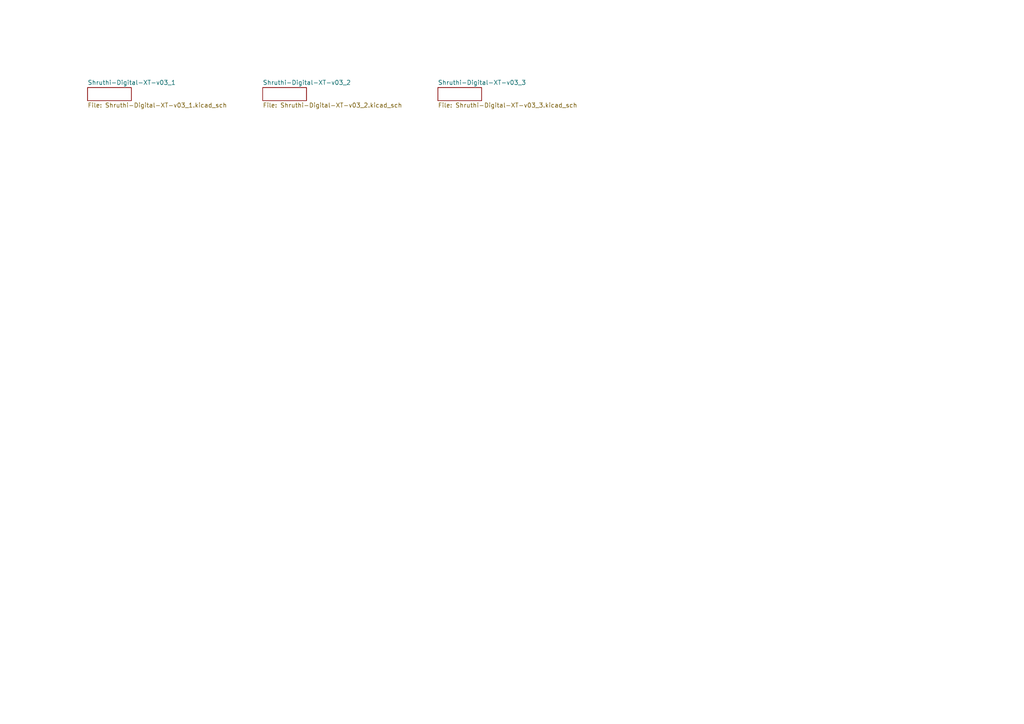
<source format=kicad_sch>
(kicad_sch (version 20211123) (generator eeschema)

  (uuid d79f19bd-f184-49c2-be97-8e377f641c08)

  (paper "A4")

  (lib_symbols
  )


  (sheet (at 25.4 25.4) (size 12.7 3.81) (fields_autoplaced)
    (stroke (width 0) (type solid) (color 0 0 0 0))
    (fill (color 0 0 0 0.0000))
    (uuid 19242cda-2b95-44ea-81ee-681d0a3776e9)
    (property "Sheet name" "Shruthi-Digital-XT-v03_1" (id 0) (at 25.4 24.6884 0)
      (effects (font (size 1.27 1.27)) (justify left bottom))
    )
    (property "Sheet file" "Shruthi-Digital-XT-v03_1.kicad_sch" (id 1) (at 25.4 29.7946 0)
      (effects (font (size 1.27 1.27)) (justify left top))
    )
  )

  (sheet (at 76.2 25.4) (size 12.7 3.81) (fields_autoplaced)
    (stroke (width 0) (type solid) (color 0 0 0 0))
    (fill (color 0 0 0 0.0000))
    (uuid 4f0345ae-fc28-4121-9622-2357dde3acda)
    (property "Sheet name" "Shruthi-Digital-XT-v03_2" (id 0) (at 76.2 24.6884 0)
      (effects (font (size 1.27 1.27)) (justify left bottom))
    )
    (property "Sheet file" "Shruthi-Digital-XT-v03_2.kicad_sch" (id 1) (at 76.2 29.7946 0)
      (effects (font (size 1.27 1.27)) (justify left top))
    )
  )

  (sheet (at 127 25.4) (size 12.7 3.81) (fields_autoplaced)
    (stroke (width 0) (type solid) (color 0 0 0 0))
    (fill (color 0 0 0 0.0000))
    (uuid a3e0d1e2-1e1c-4732-8905-149484b1642d)
    (property "Sheet name" "Shruthi-Digital-XT-v03_3" (id 0) (at 127 24.6884 0)
      (effects (font (size 1.27 1.27)) (justify left bottom))
    )
    (property "Sheet file" "Shruthi-Digital-XT-v03_3.kicad_sch" (id 1) (at 127 29.7946 0)
      (effects (font (size 1.27 1.27)) (justify left top))
    )
  )

  (sheet_instances
    (path "/" (page "#"))
    (path "/19242cda-2b95-44ea-81ee-681d0a3776e9" (page "#"))
    (path "/4f0345ae-fc28-4121-9622-2357dde3acda" (page "#"))
    (path "/a3e0d1e2-1e1c-4732-8905-149484b1642d" (page "#"))
  )

  (symbol_instances
    (path "/19242cda-2b95-44ea-81ee-681d0a3776e9/10f718f6-efbf-4143-b39b-96b67a994ce5"
      (reference "#FRAME1") (unit 1) (value "A3L-LOC") (footprint "")
    )
    (path "/4f0345ae-fc28-4121-9622-2357dde3acda/1234bf92-f613-4cd0-9016-6afb6416e522"
      (reference "#FRAME2") (unit 1) (value "A3L-LOC") (footprint "")
    )
    (path "/a3e0d1e2-1e1c-4732-8905-149484b1642d/cdbf1a00-732e-42dc-ad55-6a9eb4139bac"
      (reference "#FRAME3") (unit 1) (value "A3L-LOC") (footprint "")
    )
    (path "/19242cda-2b95-44ea-81ee-681d0a3776e9/545de36a-fb14-471d-b7c1-d2e44d6df5d9"
      (reference "#GND1") (unit 1) (value "GND") (footprint "")
    )
    (path "/a3e0d1e2-1e1c-4732-8905-149484b1642d/fa0be780-698a-4aff-a3a7-1eb35e84a735"
      (reference "#GND2") (unit 1) (value "GND") (footprint "")
    )
    (path "/19242cda-2b95-44ea-81ee-681d0a3776e9/4687b5f0-3c73-4128-b78c-4ac294da803c"
      (reference "#GND3") (unit 1) (value "GND") (footprint "")
    )
    (path "/4f0345ae-fc28-4121-9622-2357dde3acda/42b9aca4-d05f-416d-aafd-c8fb960c38a1"
      (reference "#GND4") (unit 1) (value "GND") (footprint "")
    )
    (path "/19242cda-2b95-44ea-81ee-681d0a3776e9/8ade05e1-6e82-48bf-b24d-a044bbc4a09d"
      (reference "#GND5") (unit 1) (value "GND") (footprint "")
    )
    (path "/a3e0d1e2-1e1c-4732-8905-149484b1642d/58872a74-6a1f-410c-8e9f-786addc553a4"
      (reference "#GND6") (unit 1) (value "GND") (footprint "")
    )
    (path "/a3e0d1e2-1e1c-4732-8905-149484b1642d/6615f020-9797-47ac-9d29-36a7d6c045ad"
      (reference "#GND7") (unit 1) (value "GND") (footprint "")
    )
    (path "/a3e0d1e2-1e1c-4732-8905-149484b1642d/e21a6228-3097-44cd-af6e-3659e602ed0c"
      (reference "#GND8") (unit 1) (value "GND") (footprint "")
    )
    (path "/a3e0d1e2-1e1c-4732-8905-149484b1642d/08c47ddd-ef04-4d00-ba31-90e588e05522"
      (reference "#GND9") (unit 1) (value "GND") (footprint "")
    )
    (path "/a3e0d1e2-1e1c-4732-8905-149484b1642d/e8d61298-4960-4c91-921c-904f4a54bb47"
      (reference "#GND10") (unit 1) (value "GND") (footprint "")
    )
    (path "/19242cda-2b95-44ea-81ee-681d0a3776e9/3042771e-95cd-4f8e-ac2c-c7daca4d65f4"
      (reference "#GND11") (unit 1) (value "GND") (footprint "")
    )
    (path "/19242cda-2b95-44ea-81ee-681d0a3776e9/af3f4689-8de7-418c-aa65-670139875b78"
      (reference "#GND12") (unit 1) (value "GND") (footprint "")
    )
    (path "/19242cda-2b95-44ea-81ee-681d0a3776e9/cc3f16d1-d4d4-48bd-ba22-055881f847ce"
      (reference "#GND13") (unit 1) (value "GND") (footprint "")
    )
    (path "/19242cda-2b95-44ea-81ee-681d0a3776e9/404744c8-4225-411d-a96d-e990e0308450"
      (reference "#GND14") (unit 1) (value "GND") (footprint "")
    )
    (path "/a3e0d1e2-1e1c-4732-8905-149484b1642d/1051cbfc-a919-4fff-87a4-f7a8f49bae6c"
      (reference "#GND15") (unit 1) (value "GND") (footprint "")
    )
    (path "/a3e0d1e2-1e1c-4732-8905-149484b1642d/249c61d0-3181-4bfb-9c2a-53d912a25ca9"
      (reference "#GND16") (unit 1) (value "GND") (footprint "")
    )
    (path "/19242cda-2b95-44ea-81ee-681d0a3776e9/88dc8cb9-2953-4bb2-909a-d09e1dbb0528"
      (reference "#GND17") (unit 1) (value "GND") (footprint "")
    )
    (path "/19242cda-2b95-44ea-81ee-681d0a3776e9/93560c4e-7669-4698-8683-a5eb57517da6"
      (reference "#GND18") (unit 1) (value "GND") (footprint "")
    )
    (path "/19242cda-2b95-44ea-81ee-681d0a3776e9/ee6a7875-de97-45a7-80e9-ad4e43b8d696"
      (reference "#GND19") (unit 1) (value "GND") (footprint "")
    )
    (path "/19242cda-2b95-44ea-81ee-681d0a3776e9/361c542d-ed0b-42eb-a952-4b81fc9e76fe"
      (reference "#GND20") (unit 1) (value "GND") (footprint "")
    )
    (path "/19242cda-2b95-44ea-81ee-681d0a3776e9/0e169957-ec2c-42c2-ab02-367808db9a09"
      (reference "#GND21") (unit 1) (value "GND") (footprint "")
    )
    (path "/19242cda-2b95-44ea-81ee-681d0a3776e9/9d9f5af8-2f37-49cf-8ecd-4154967721bc"
      (reference "#GND22") (unit 1) (value "GND") (footprint "")
    )
    (path "/4f0345ae-fc28-4121-9622-2357dde3acda/d7b271b2-bad3-4eb7-bdf1-cae86ca2a652"
      (reference "#GND23") (unit 1) (value "GND") (footprint "")
    )
    (path "/4f0345ae-fc28-4121-9622-2357dde3acda/cfad8a76-4b72-4446-9f7b-5f33cf40e087"
      (reference "#GND24") (unit 1) (value "GND") (footprint "")
    )
    (path "/4f0345ae-fc28-4121-9622-2357dde3acda/8c8e3e96-c7fc-4108-9713-95fb137babb3"
      (reference "#GND25") (unit 1) (value "GND") (footprint "")
    )
    (path "/a3e0d1e2-1e1c-4732-8905-149484b1642d/cb022546-9306-4e09-92f0-4c4d6385a301"
      (reference "#GND26") (unit 1) (value "GND") (footprint "")
    )
    (path "/a3e0d1e2-1e1c-4732-8905-149484b1642d/fbe41d2d-9497-4026-8575-2393d6a63f5b"
      (reference "#GND27") (unit 1) (value "GND") (footprint "")
    )
    (path "/a3e0d1e2-1e1c-4732-8905-149484b1642d/5e0a4cc2-2716-475c-9449-b34673d09069"
      (reference "#GND28") (unit 1) (value "GND") (footprint "")
    )
    (path "/a3e0d1e2-1e1c-4732-8905-149484b1642d/26130c3b-ee88-46f8-9ebf-5f90b47080ea"
      (reference "#GND29") (unit 1) (value "GND") (footprint "")
    )
    (path "/4f0345ae-fc28-4121-9622-2357dde3acda/6e140721-4162-4217-9da4-cfa40a29762f"
      (reference "#GND30") (unit 1) (value "GND") (footprint "")
    )
    (path "/4f0345ae-fc28-4121-9622-2357dde3acda/155a467a-9e45-414b-8276-d5df89575bb9"
      (reference "#GND31") (unit 1) (value "GND") (footprint "")
    )
    (path "/4f0345ae-fc28-4121-9622-2357dde3acda/2323f79f-5f15-4c4c-a037-a5f8decb05bf"
      (reference "#GND32") (unit 1) (value "GND") (footprint "")
    )
    (path "/4f0345ae-fc28-4121-9622-2357dde3acda/587e93eb-6917-487b-a6f6-aa48e3a6dc4b"
      (reference "#GND33") (unit 1) (value "GND") (footprint "")
    )
    (path "/4f0345ae-fc28-4121-9622-2357dde3acda/f15ef969-b708-4363-98e7-23a93def2e09"
      (reference "#GND34") (unit 1) (value "GND") (footprint "")
    )
    (path "/4f0345ae-fc28-4121-9622-2357dde3acda/b7cf784b-0b0a-4be4-ac02-bf6934c159cb"
      (reference "#GND35") (unit 1) (value "GND") (footprint "")
    )
    (path "/4f0345ae-fc28-4121-9622-2357dde3acda/7722f050-2b54-4409-8294-2ca385751bfb"
      (reference "#GND36") (unit 1) (value "GND") (footprint "")
    )
    (path "/4f0345ae-fc28-4121-9622-2357dde3acda/d9b62805-aa40-4cf7-bb90-75ee6f43f7c6"
      (reference "#GND37") (unit 1) (value "GND") (footprint "")
    )
    (path "/4f0345ae-fc28-4121-9622-2357dde3acda/864c00a1-6f29-47e3-9048-43eeca29845b"
      (reference "#GND38") (unit 1) (value "GND") (footprint "")
    )
    (path "/4f0345ae-fc28-4121-9622-2357dde3acda/212f0489-ad7b-40ee-b765-4093806ac6b9"
      (reference "#GND39") (unit 1) (value "GND") (footprint "")
    )
    (path "/4f0345ae-fc28-4121-9622-2357dde3acda/761704d1-2d5d-4ed1-8181-ef791d4ff4ad"
      (reference "#GND40") (unit 1) (value "GND") (footprint "")
    )
    (path "/4f0345ae-fc28-4121-9622-2357dde3acda/fbf728d1-fab7-49a3-8f6c-78462e46c12b"
      (reference "#GND41") (unit 1) (value "GND") (footprint "")
    )
    (path "/4f0345ae-fc28-4121-9622-2357dde3acda/fb304e44-716e-451a-a594-b678768de664"
      (reference "#GND42") (unit 1) (value "GND") (footprint "")
    )
    (path "/a3e0d1e2-1e1c-4732-8905-149484b1642d/6c26ebee-4e96-4b45-a2b0-de6c32b0cadc"
      (reference "#GND43") (unit 1) (value "GND") (footprint "")
    )
    (path "/4f0345ae-fc28-4121-9622-2357dde3acda/d45864b7-6e8f-4be1-8c46-8122c8e99ace"
      (reference "#GND44") (unit 1) (value "GND") (footprint "")
    )
    (path "/4f0345ae-fc28-4121-9622-2357dde3acda/bb57d0b4-0bcb-4041-ae10-bc1ac39c56b5"
      (reference "#GND45") (unit 1) (value "GND") (footprint "")
    )
    (path "/4f0345ae-fc28-4121-9622-2357dde3acda/9714aa39-6d6c-4497-b455-a84bbf4e936f"
      (reference "#GND46") (unit 1) (value "GND") (footprint "")
    )
    (path "/4f0345ae-fc28-4121-9622-2357dde3acda/f672508a-f6a1-40fc-b6b5-efb6dcd3a959"
      (reference "#GND47") (unit 1) (value "GND") (footprint "")
    )
    (path "/4f0345ae-fc28-4121-9622-2357dde3acda/a92d7cd8-5269-4a0f-99d9-5da5444e3d3a"
      (reference "#GND48") (unit 1) (value "GND") (footprint "")
    )
    (path "/4f0345ae-fc28-4121-9622-2357dde3acda/1b6da55a-54ff-4532-922d-19dc8a44c219"
      (reference "#GND49") (unit 1) (value "GND") (footprint "")
    )
    (path "/4f0345ae-fc28-4121-9622-2357dde3acda/de39eb1d-b171-46ee-9b27-cbbd229e8caa"
      (reference "#GND50") (unit 1) (value "GND") (footprint "")
    )
    (path "/4f0345ae-fc28-4121-9622-2357dde3acda/23fa0a3e-b5c3-4614-a81a-dd611932c3f8"
      (reference "#GND51") (unit 1) (value "GND") (footprint "")
    )
    (path "/4f0345ae-fc28-4121-9622-2357dde3acda/c01e3dde-f966-4fae-b621-1d5e9093849c"
      (reference "#GND52") (unit 1) (value "GND") (footprint "")
    )
    (path "/4f0345ae-fc28-4121-9622-2357dde3acda/b8f7ce42-f2d8-4afe-8818-576fb74bf62a"
      (reference "#GND53") (unit 1) (value "GND") (footprint "")
    )
    (path "/4f0345ae-fc28-4121-9622-2357dde3acda/58881910-28ef-4902-ab24-e03341ec135b"
      (reference "#GND54") (unit 1) (value "GND") (footprint "")
    )
    (path "/4f0345ae-fc28-4121-9622-2357dde3acda/0aaa5383-0b9c-4781-b683-e869fc7ad4ed"
      (reference "#GND55") (unit 1) (value "GND") (footprint "")
    )
    (path "/4f0345ae-fc28-4121-9622-2357dde3acda/531266a3-bec6-44e3-9333-0c9e794ed7af"
      (reference "#GND56") (unit 1) (value "GND") (footprint "")
    )
    (path "/4f0345ae-fc28-4121-9622-2357dde3acda/5bf0f6df-aa56-4da5-84dd-d9ec9de2d2da"
      (reference "#GND57") (unit 1) (value "GND") (footprint "")
    )
    (path "/a3e0d1e2-1e1c-4732-8905-149484b1642d/c00446a3-7c9a-4092-97e3-2297e33d8038"
      (reference "#GND58") (unit 1) (value "GND") (footprint "")
    )
    (path "/4f0345ae-fc28-4121-9622-2357dde3acda/b4e4a677-3d54-44f6-a9c8-f7a2c156d556"
      (reference "#GND59") (unit 1) (value "GND") (footprint "")
    )
    (path "/19242cda-2b95-44ea-81ee-681d0a3776e9/24e2c8dc-d1ec-4b3c-8f5d-17d6f9178996"
      (reference "#P+1") (unit 1) (value "VCC") (footprint "")
    )
    (path "/19242cda-2b95-44ea-81ee-681d0a3776e9/db92161d-064b-4231-941a-efc5ec146b0c"
      (reference "#P+2") (unit 1) (value "VCC") (footprint "")
    )
    (path "/4f0345ae-fc28-4121-9622-2357dde3acda/e6e1ef98-094a-4856-8b92-da475cbee45e"
      (reference "#P+3") (unit 1) (value "VCC") (footprint "")
    )
    (path "/19242cda-2b95-44ea-81ee-681d0a3776e9/2bfff3b4-6842-4b1f-8402-93653def4b9c"
      (reference "#P+4") (unit 1) (value "VCC") (footprint "")
    )
    (path "/a3e0d1e2-1e1c-4732-8905-149484b1642d/8083627c-ddda-488f-afa4-e2d27e61707c"
      (reference "#P+5") (unit 1) (value "VCC") (footprint "")
    )
    (path "/19242cda-2b95-44ea-81ee-681d0a3776e9/9994bb73-28fa-4aa1-9874-e53d1743384a"
      (reference "#P+6") (unit 1) (value "VCC") (footprint "")
    )
    (path "/19242cda-2b95-44ea-81ee-681d0a3776e9/276328fb-cb7a-458f-99af-f65b4323dc9f"
      (reference "#P+7") (unit 1) (value "VCC") (footprint "")
    )
    (path "/a3e0d1e2-1e1c-4732-8905-149484b1642d/2986ce9a-4902-4e4a-8e45-2f6dd3309560"
      (reference "#P+8") (unit 1) (value "VCC") (footprint "")
    )
    (path "/a3e0d1e2-1e1c-4732-8905-149484b1642d/ff606831-8edb-46f1-8fe3-c13be0ac87f6"
      (reference "#P+9") (unit 1) (value "VCC") (footprint "")
    )
    (path "/4f0345ae-fc28-4121-9622-2357dde3acda/2f1d6d2c-caeb-48e9-bf74-39571b5d016d"
      (reference "#P+10") (unit 1) (value "VCC") (footprint "")
    )
    (path "/a3e0d1e2-1e1c-4732-8905-149484b1642d/1ee52c6b-52aa-475e-a588-999dc5828ca3"
      (reference "#P+11") (unit 1) (value "VCC") (footprint "")
    )
    (path "/a3e0d1e2-1e1c-4732-8905-149484b1642d/b4cb041b-95ce-4b42-bf0b-e5afa0e16941"
      (reference "#P+12") (unit 1) (value "VCC") (footprint "")
    )
    (path "/19242cda-2b95-44ea-81ee-681d0a3776e9/3c09b8de-30ff-471c-9c06-d20185dc4957"
      (reference "#P+13") (unit 1) (value "VCC") (footprint "")
    )
    (path "/19242cda-2b95-44ea-81ee-681d0a3776e9/fa7bfd6f-121a-45be-897f-2345dee678a2"
      (reference "#P+14") (unit 1) (value "VCC") (footprint "")
    )
    (path "/19242cda-2b95-44ea-81ee-681d0a3776e9/bb3d5e0e-4e9f-4d8b-b0a0-386bbab95482"
      (reference "#P+15") (unit 1) (value "VCC") (footprint "")
    )
    (path "/19242cda-2b95-44ea-81ee-681d0a3776e9/fe1545a0-bcd0-4ad0-af63-5e11c0fda0f4"
      (reference "#P+16") (unit 1) (value "VCC") (footprint "")
    )
    (path "/4f0345ae-fc28-4121-9622-2357dde3acda/2ac172c9-0d48-4bad-bba4-686054be36db"
      (reference "#P+17") (unit 1) (value "VCC") (footprint "")
    )
    (path "/4f0345ae-fc28-4121-9622-2357dde3acda/7b2cc664-ef49-4b64-9ff7-8b7b04cf636f"
      (reference "#P+18") (unit 1) (value "VCC") (footprint "")
    )
    (path "/4f0345ae-fc28-4121-9622-2357dde3acda/a7e9488f-f086-462a-9bb1-61029c365678"
      (reference "#P+19") (unit 1) (value "VCC") (footprint "")
    )
    (path "/a3e0d1e2-1e1c-4732-8905-149484b1642d/5165ddd1-98ce-44c3-b751-3ad6d8f6a4bc"
      (reference "#P+20") (unit 1) (value "VCC") (footprint "")
    )
    (path "/a3e0d1e2-1e1c-4732-8905-149484b1642d/d22dffe2-bb58-482a-8cf7-4c8be8f50156"
      (reference "#P+21") (unit 1) (value "VCC") (footprint "")
    )
    (path "/19242cda-2b95-44ea-81ee-681d0a3776e9/5d0cb72c-c43b-40d3-b3b6-ed050935228c"
      (reference "#P+22") (unit 1) (value "VCC") (footprint "")
    )
    (path "/4f0345ae-fc28-4121-9622-2357dde3acda/bd110991-cfdb-4882-8527-85f5024f5384"
      (reference "#P+23") (unit 1) (value "VCC") (footprint "")
    )
    (path "/4f0345ae-fc28-4121-9622-2357dde3acda/843311f1-0d58-4820-882a-60bd65feb78f"
      (reference "#P+24") (unit 1) (value "VCC") (footprint "")
    )
    (path "/4f0345ae-fc28-4121-9622-2357dde3acda/acc3939f-acfa-4874-8a00-a5e7ca624456"
      (reference "#P+25") (unit 1) (value "VCC") (footprint "")
    )
    (path "/4f0345ae-fc28-4121-9622-2357dde3acda/e1b24e90-38c0-47f4-8bae-2c790f572796"
      (reference "#P+26") (unit 1) (value "VCC") (footprint "")
    )
    (path "/4f0345ae-fc28-4121-9622-2357dde3acda/f360bcde-28b3-4fb4-9e5e-f9711e418599"
      (reference "#P+27") (unit 1) (value "VCC") (footprint "")
    )
    (path "/4f0345ae-fc28-4121-9622-2357dde3acda/f6b2bd02-bf4c-42be-afbb-1ab3bb06e318"
      (reference "#P+28") (unit 1) (value "VCC") (footprint "")
    )
    (path "/4f0345ae-fc28-4121-9622-2357dde3acda/d284287c-2741-451e-b9b4-b50da35a11f2"
      (reference "#P+29") (unit 1) (value "VCC") (footprint "")
    )
    (path "/4f0345ae-fc28-4121-9622-2357dde3acda/30144397-f4e9-421a-9354-ebc2fac37a29"
      (reference "#P+30") (unit 1) (value "VCC") (footprint "")
    )
    (path "/4f0345ae-fc28-4121-9622-2357dde3acda/6cac9149-85fe-4b1b-ae5d-63230deb0dcb"
      (reference "#P+31") (unit 1) (value "VCC") (footprint "")
    )
    (path "/4f0345ae-fc28-4121-9622-2357dde3acda/ee4b3710-fed0-468f-aed8-84a8ae67dd32"
      (reference "#P+32") (unit 1) (value "VCC") (footprint "")
    )
    (path "/4f0345ae-fc28-4121-9622-2357dde3acda/b26ea949-c031-4e87-aa4c-5b0817138629"
      (reference "#P+33") (unit 1) (value "VCC") (footprint "")
    )
    (path "/4f0345ae-fc28-4121-9622-2357dde3acda/074f2fb8-3af9-478b-809c-067c40970aa4"
      (reference "#P+34") (unit 1) (value "VCC") (footprint "")
    )
    (path "/a3e0d1e2-1e1c-4732-8905-149484b1642d/30d0e2a2-96f3-40e2-84b2-78219e386ac2"
      (reference "#P+35") (unit 1) (value "VCC") (footprint "")
    )
    (path "/4f0345ae-fc28-4121-9622-2357dde3acda/112ad796-cfaa-4862-bb44-a157679ae358"
      (reference "#P+36") (unit 1) (value "VCC") (footprint "")
    )
    (path "/4f0345ae-fc28-4121-9622-2357dde3acda/aa730234-e09b-4dbe-a04e-b5ff7b452723"
      (reference "#P+37") (unit 1) (value "VCC") (footprint "")
    )
    (path "/4f0345ae-fc28-4121-9622-2357dde3acda/8a41ca7e-edbd-45fe-a447-e21d38ff056b"
      (reference "#P+38") (unit 1) (value "VCC") (footprint "")
    )
    (path "/4f0345ae-fc28-4121-9622-2357dde3acda/a7499db9-496f-4f14-84fe-d6b0ffffcba8"
      (reference "#P+39") (unit 1) (value "VCC") (footprint "")
    )
    (path "/4f0345ae-fc28-4121-9622-2357dde3acda/e5af63a4-86e6-465e-919f-363d6719aefc"
      (reference "#P+40") (unit 1) (value "VCC") (footprint "")
    )
    (path "/4f0345ae-fc28-4121-9622-2357dde3acda/6e63d178-cefa-4028-b476-d9a35e25fda4"
      (reference "#P+41") (unit 1) (value "VCC") (footprint "")
    )
    (path "/4f0345ae-fc28-4121-9622-2357dde3acda/59314e5a-7df8-46b8-a702-8434592d8cc8"
      (reference "#P+42") (unit 1) (value "VCC") (footprint "")
    )
    (path "/4f0345ae-fc28-4121-9622-2357dde3acda/1b448efe-40d0-49c6-9bf0-7999a527bd67"
      (reference "#P+43") (unit 1) (value "VCC") (footprint "")
    )
    (path "/4f0345ae-fc28-4121-9622-2357dde3acda/c2257f58-a23b-41fa-975f-7dc671dc19c0"
      (reference "#P+44") (unit 1) (value "VCC") (footprint "")
    )
    (path "/4f0345ae-fc28-4121-9622-2357dde3acda/7d9998f6-3a10-46b4-ade0-47934d01f7e7"
      (reference "#P+45") (unit 1) (value "VCC") (footprint "")
    )
    (path "/4f0345ae-fc28-4121-9622-2357dde3acda/ce9c3ac2-8c9b-438f-8701-6644ae05a712"
      (reference "#P+46") (unit 1) (value "VCC") (footprint "")
    )
    (path "/4f0345ae-fc28-4121-9622-2357dde3acda/7fd804ca-b198-4c51-a284-2540760b3701"
      (reference "#P+47") (unit 1) (value "VCC") (footprint "")
    )
    (path "/4f0345ae-fc28-4121-9622-2357dde3acda/0d8fecd9-f1b0-4b4f-82b2-a78fa798a247"
      (reference "#P+48") (unit 1) (value "VCC") (footprint "")
    )
    (path "/4f0345ae-fc28-4121-9622-2357dde3acda/a884cdd4-59b9-4eaa-81c3-11410b96ef40"
      (reference "#P+49") (unit 1) (value "VCC") (footprint "")
    )
    (path "/19242cda-2b95-44ea-81ee-681d0a3776e9/9e592107-90a4-4157-a46b-c4676e7bf761"
      (reference "C1") (unit 1) (value "100n") (footprint "C025-024X044")
    )
    (path "/a3e0d1e2-1e1c-4732-8905-149484b1642d/c7257277-0b77-4836-99ee-4d43ac8e5e6a"
      (reference "C2") (unit 1) (value "100n") (footprint "C025-024X044")
    )
    (path "/a3e0d1e2-1e1c-4732-8905-149484b1642d/981e8a50-7919-46db-a9c5-2939a5e5867e"
      (reference "C3") (unit 1) (value "100n") (footprint "C025-024X044")
    )
    (path "/19242cda-2b95-44ea-81ee-681d0a3776e9/580a59fd-736c-4aa9-b432-bfa3fb9a6d06"
      (reference "C4") (unit 1) (value "100u") (footprint "E2,5-7")
    )
    (path "/19242cda-2b95-44ea-81ee-681d0a3776e9/0724dc94-f13d-4014-8c16-7d36bc98c1a9"
      (reference "C5") (unit 1) (value "100n") (footprint "C025-024X044")
    )
    (path "/4f0345ae-fc28-4121-9622-2357dde3acda/8f72f6ae-8d0e-4eff-b2e7-1f4412f86fca"
      (reference "C6") (unit 1) (value "100n") (footprint "C025-024X044")
    )
    (path "/4f0345ae-fc28-4121-9622-2357dde3acda/93ae0460-5939-4907-b840-f3fd2422996e"
      (reference "C7") (unit 1) (value "100n") (footprint "C025-024X044")
    )
    (path "/4f0345ae-fc28-4121-9622-2357dde3acda/e4ccd874-8416-4a92-be03-602eb05ffa76"
      (reference "C8") (unit 1) (value "100n") (footprint "C025-024X044")
    )
    (path "/4f0345ae-fc28-4121-9622-2357dde3acda/471aa924-43fc-450a-bbd0-4ce5ca26758c"
      (reference "C9") (unit 1) (value "100n") (footprint "C025-024X044")
    )
    (path "/19242cda-2b95-44ea-81ee-681d0a3776e9/5b297e4d-3f15-42c4-af74-b04d804291c1"
      (reference "C10") (unit 1) (value "100n") (footprint "C025-024X044")
    )
    (path "/19242cda-2b95-44ea-81ee-681d0a3776e9/cc83c14f-6e57-4cae-8f4f-a21c6a4b51dd"
      (reference "C11") (unit 1) (value "18p") (footprint "C025-024X044")
    )
    (path "/19242cda-2b95-44ea-81ee-681d0a3776e9/589581db-5294-4913-9ab9-96388e8032a6"
      (reference "C12") (unit 1) (value "18p") (footprint "C025-024X044")
    )
    (path "/a3e0d1e2-1e1c-4732-8905-149484b1642d/145d870c-fec3-4861-99b8-281166bf4bd3"
      (reference "C13") (unit 1) (value "100n") (footprint "C025-024X044")
    )
    (path "/a3e0d1e2-1e1c-4732-8905-149484b1642d/f1c97f4c-96bb-4f91-8ccb-a63b16f16271"
      (reference "C14") (unit 1) (value "100n") (footprint "C025-024X044")
    )
    (path "/19242cda-2b95-44ea-81ee-681d0a3776e9/be8cbccf-359f-4043-a39f-8b0d3393bd4e"
      (reference "C15") (unit 1) (value "100n") (footprint "C025-024X044")
    )
    (path "/19242cda-2b95-44ea-81ee-681d0a3776e9/3f08e0f9-5cf6-4ec9-9d24-96a8a9d56d37"
      (reference "C16") (unit 1) (value "100n") (footprint "C025-024X044")
    )
    (path "/19242cda-2b95-44ea-81ee-681d0a3776e9/e0fe93aa-01b7-4df1-8aae-5662e8118bb7"
      (reference "C17") (unit 1) (value "100n") (footprint "C025-024X044")
    )
    (path "/19242cda-2b95-44ea-81ee-681d0a3776e9/84dbede0-0960-4d81-bc34-d149898d9bf9"
      (reference "D1") (unit 1) (value "1N4148") (footprint "D-5")
    )
    (path "/19242cda-2b95-44ea-81ee-681d0a3776e9/44bb5596-6694-4f0b-ba35-a22e6ab2164f"
      (reference "IC1") (unit 1) (value "24LC512") (footprint "DIL08")
    )
    (path "/a3e0d1e2-1e1c-4732-8905-149484b1642d/9c8a370c-8885-4e45-8123-bcb3fe0ffaee"
      (reference "IC2") (unit 1) (value "74HC165N") (footprint "DIL16")
    )
    (path "/a3e0d1e2-1e1c-4732-8905-149484b1642d/89b44abf-9340-49ef-8e23-5ab366cff170"
      (reference "IC2") (unit 2) (value "74HC165N") (footprint "DIL16")
    )
    (path "/a3e0d1e2-1e1c-4732-8905-149484b1642d/d3d011e9-74f3-4e4b-8115-67511aab0584"
      (reference "IC3") (unit 1) (value "74HC165N") (footprint "DIL16")
    )
    (path "/a3e0d1e2-1e1c-4732-8905-149484b1642d/ad4ba0f8-5c60-42cd-bebe-4b79115873bd"
      (reference "IC3") (unit 2) (value "74HC165N") (footprint "DIL16")
    )
    (path "/4f0345ae-fc28-4121-9622-2357dde3acda/eeb5c092-905b-474a-aaaf-d2e798610d59"
      (reference "IC4") (unit 1) (value "4051N") (footprint "DIL16")
    )
    (path "/4f0345ae-fc28-4121-9622-2357dde3acda/4cbbb445-5a0e-427a-8ae9-985af44decca"
      (reference "IC4") (unit 2) (value "4051N") (footprint "DIL16")
    )
    (path "/4f0345ae-fc28-4121-9622-2357dde3acda/b7dc7bfa-cd4a-4a1c-8c54-411a8d3f5bd6"
      (reference "IC5") (unit 1) (value "4051N") (footprint "DIL16")
    )
    (path "/4f0345ae-fc28-4121-9622-2357dde3acda/3d3d49f4-24ab-4e0c-aa09-6b3671451062"
      (reference "IC5") (unit 2) (value "4051N") (footprint "DIL16")
    )
    (path "/4f0345ae-fc28-4121-9622-2357dde3acda/336cb3e1-c411-4000-a39d-7b674b45ccab"
      (reference "IC6") (unit 1) (value "4051N") (footprint "DIL16")
    )
    (path "/4f0345ae-fc28-4121-9622-2357dde3acda/45bfdeef-0d37-433d-b367-6f60a7063825"
      (reference "IC6") (unit 2) (value "4051N") (footprint "DIL16")
    )
    (path "/4f0345ae-fc28-4121-9622-2357dde3acda/c6f1b1ea-53d1-4b59-95f4-3e05d2fbf014"
      (reference "IC7") (unit 1) (value "4051N") (footprint "DIL16")
    )
    (path "/4f0345ae-fc28-4121-9622-2357dde3acda/2261e8de-9f6d-458c-ba24-ce732c2701c2"
      (reference "IC7") (unit 2) (value "4051N") (footprint "DIL16")
    )
    (path "/a3e0d1e2-1e1c-4732-8905-149484b1642d/83c1848e-d5f2-4cfa-8fa9-f41572d92711"
      (reference "IC8") (unit 1) (value "74595N") (footprint "DIL16")
    )
    (path "/a3e0d1e2-1e1c-4732-8905-149484b1642d/0ebecf9b-eb79-435e-a112-f7f24dbe72bb"
      (reference "IC8") (unit 2) (value "74595N") (footprint "DIL16")
    )
    (path "/a3e0d1e2-1e1c-4732-8905-149484b1642d/a1d14b64-079d-4b96-a886-45b36b3f1e44"
      (reference "IC9") (unit 1) (value "74HC165N") (footprint "DIL16")
    )
    (path "/a3e0d1e2-1e1c-4732-8905-149484b1642d/90421ffb-1f61-496f-b229-208bcbfd9bd8"
      (reference "IC9") (unit 2) (value "74HC165N") (footprint "DIL16")
    )
    (path "/19242cda-2b95-44ea-81ee-681d0a3776e9/141adfea-00ae-462f-bbc2-a5f33915316e"
      (reference "IC10") (unit 1) (value "ATMEGA644p") (footprint "DIL40")
    )
    (path "/19242cda-2b95-44ea-81ee-681d0a3776e9/57714bf4-a361-4130-b606-38681b803a86"
      (reference "J1") (unit 1) (value "M06SIP") (footprint "1X06")
    )
    (path "/19242cda-2b95-44ea-81ee-681d0a3776e9/4d6a6714-b432-4733-8e67-38f31308f0c1"
      (reference "J2") (unit 1) (value "POWER") (footprint "1X02")
    )
    (path "/19242cda-2b95-44ea-81ee-681d0a3776e9/1c84cb53-087e-41a2-9fa4-416c19b99507"
      (reference "J3") (unit 1) (value "M03PTH") (footprint "1X03")
    )
    (path "/19242cda-2b95-44ea-81ee-681d0a3776e9/48b281fe-c233-4cc9-8722-50b62f5c6967"
      (reference "J4") (unit 1) (value "POWER") (footprint "1X02")
    )
    (path "/4f0345ae-fc28-4121-9622-2357dde3acda/2851d17d-b2e9-4f4b-ada1-7a2a01dc7fdb"
      (reference "JP1") (unit 1) (value "M03PTH") (footprint "1X03")
    )
    (path "/4f0345ae-fc28-4121-9622-2357dde3acda/ef3b435d-0ce5-4808-9f2a-81b127d7d00e"
      (reference "JP2") (unit 1) (value "M03PTH") (footprint "1X03")
    )
    (path "/19242cda-2b95-44ea-81ee-681d0a3776e9/c97423a5-31f9-439b-becc-2d2946fbf01c"
      (reference "JP3") (unit 1) (value "M01PTH") (footprint "1X01")
    )
    (path "/a3e0d1e2-1e1c-4732-8905-149484b1642d/3cfe5cc4-1dc5-46b9-aecf-a6f1e5c7cdc8"
      (reference "LCD") (unit 1) (value "LCD-16X2") (footprint "LCD-16X2")
    )
    (path "/a3e0d1e2-1e1c-4732-8905-149484b1642d/43caceeb-8e9e-49b2-9295-59323c212845"
      (reference "LED1") (unit 1) (value "LED3MM") (footprint "LED3MM")
    )
    (path "/a3e0d1e2-1e1c-4732-8905-149484b1642d/b4af13d9-ccde-4adb-b620-8f7eb7fb6cd8"
      (reference "LED2") (unit 1) (value "LED3MM") (footprint "LED3MM")
    )
    (path "/a3e0d1e2-1e1c-4732-8905-149484b1642d/fc1c337c-3b02-404e-8d55-f35b367c2bce"
      (reference "LED3") (unit 1) (value "LED3MM") (footprint "LED3MM")
    )
    (path "/a3e0d1e2-1e1c-4732-8905-149484b1642d/0fc567a9-77b3-4513-adc4-5b02b7613231"
      (reference "LED4") (unit 1) (value "LED3MM") (footprint "LED3MM")
    )
    (path "/a3e0d1e2-1e1c-4732-8905-149484b1642d/2fefc672-cf86-469b-b3ea-244c47fc826f"
      (reference "LED5") (unit 1) (value "LED3MM") (footprint "LED3MM")
    )
    (path "/a3e0d1e2-1e1c-4732-8905-149484b1642d/92cf77ff-2aa4-4784-b6d0-b24eaca3b5ec"
      (reference "LED6") (unit 1) (value "LED3MM") (footprint "LED3MM")
    )
    (path "/a3e0d1e2-1e1c-4732-8905-149484b1642d/e0b293eb-967d-413e-942b-ebdfadf788ea"
      (reference "LED7") (unit 1) (value "LED3MM") (footprint "LED3MM")
    )
    (path "/a3e0d1e2-1e1c-4732-8905-149484b1642d/21f0c4e5-ebe0-42c4-9f09-51d3e1810e91"
      (reference "LED8") (unit 1) (value "LED3MM") (footprint "LED3MM")
    )
    (path "/19242cda-2b95-44ea-81ee-681d0a3776e9/748ac8a1-5e7a-4cfa-b6a4-60bb0603ea2c"
      (reference "OK1") (unit 1) (value "6N137") (footprint "DIL08")
    )
    (path "/19242cda-2b95-44ea-81ee-681d0a3776e9/fe8978f8-5bdc-42ed-a560-91bd62ab4e51"
      (reference "Q1") (unit 1) (value "20MHz") (footprint "HC49U-V")
    )
    (path "/a3e0d1e2-1e1c-4732-8905-149484b1642d/817dc6e0-d5aa-4bcc-b61b-018f9acdadc7"
      (reference "R1") (unit 1) (value "5k") (footprint "RTRIM3339P")
    )
    (path "/a3e0d1e2-1e1c-4732-8905-149484b1642d/730f8902-568b-4c16-88b9-2cf4b1aaf734"
      (reference "R2") (unit 1) (value "R_LCD") (footprint "0204_7")
    )
    (path "/4f0345ae-fc28-4121-9622-2357dde3acda/d16c041b-64a5-4819-b7a7-621b17a7c159"
      (reference "R3") (unit 1) (value "10kB") (footprint "ALPS_POT_VERTICAL")
    )
    (path "/4f0345ae-fc28-4121-9622-2357dde3acda/cd3f632b-507b-4316-9e8c-a187d947585d"
      (reference "R4") (unit 1) (value "10kB") (footprint "ALPS_POT_VERTICAL")
    )
    (path "/4f0345ae-fc28-4121-9622-2357dde3acda/a15aa84d-60c5-4372-9746-a6552b5ce22b"
      (reference "R5") (unit 1) (value "10kB") (footprint "ALPS_POT_VERTICAL")
    )
    (path "/4f0345ae-fc28-4121-9622-2357dde3acda/cab23f30-1baa-4279-aac6-cb392a9bf078"
      (reference "R6") (unit 1) (value "10kB") (footprint "ALPS_POT_VERTICAL")
    )
    (path "/4f0345ae-fc28-4121-9622-2357dde3acda/60768776-9a1f-450a-a8ff-fcd8dfd264e6"
      (reference "R7") (unit 1) (value "10kB") (footprint "ALPS_POT_VERTICAL")
    )
    (path "/4f0345ae-fc28-4121-9622-2357dde3acda/4c48ebf1-41f1-43c1-bb5f-4634b6723e1a"
      (reference "R8") (unit 1) (value "10kB") (footprint "ALPS_POT_VERTICAL")
    )
    (path "/19242cda-2b95-44ea-81ee-681d0a3776e9/84489218-bc6f-4162-a02f-df38a6a54b20"
      (reference "R9") (unit 1) (value "2.2k") (footprint "0204_7")
    )
    (path "/19242cda-2b95-44ea-81ee-681d0a3776e9/dbb57ef4-569f-42f4-8df4-412eb06f1f68"
      (reference "R10") (unit 1) (value "2.2k") (footprint "0204_7")
    )
    (path "/4f0345ae-fc28-4121-9622-2357dde3acda/1cbfe16b-467d-4f66-9b8f-73992d9668b5"
      (reference "R11") (unit 1) (value "10kB") (footprint "ALPS_POT_VERTICAL")
    )
    (path "/4f0345ae-fc28-4121-9622-2357dde3acda/d1780ddc-dcc6-403f-8dc7-846fb77b4842"
      (reference "R12") (unit 1) (value "POT") (footprint "ALPS_POT_VERTICAL")
    )
    (path "/4f0345ae-fc28-4121-9622-2357dde3acda/901f297b-40ea-4ae4-95f1-25a90c2a544e"
      (reference "R13") (unit 1) (value "10kB") (footprint "ALPS_POT_VERTICAL")
    )
    (path "/4f0345ae-fc28-4121-9622-2357dde3acda/f0584821-e67b-40e4-ac3c-1f769baa5bd1"
      (reference "R14") (unit 1) (value "10kB") (footprint "ALPS_POT_VERTICAL")
    )
    (path "/19242cda-2b95-44ea-81ee-681d0a3776e9/74e75f41-ae0f-4c13-b37d-b8f9c373fe54"
      (reference "R15") (unit 1) (value "220") (footprint "0204_7")
    )
    (path "/19242cda-2b95-44ea-81ee-681d0a3776e9/a694593a-d46c-46d1-b11f-f4c81be64f5f"
      (reference "R16") (unit 1) (value "220") (footprint "0204_7")
    )
    (path "/19242cda-2b95-44ea-81ee-681d0a3776e9/6d343cb0-5ebf-4d58-86ac-3b55f02eb948"
      (reference "R17") (unit 1) (value "220") (footprint "0204_7")
    )
    (path "/19242cda-2b95-44ea-81ee-681d0a3776e9/b1f06a6c-1c5b-4928-8f0e-1d855e4dd192"
      (reference "R18") (unit 1) (value "10k") (footprint "0204_7")
    )
    (path "/19242cda-2b95-44ea-81ee-681d0a3776e9/436974e3-d260-44d5-9e83-e8dcc8a87280"
      (reference "R19") (unit 1) (value "10k") (footprint "0204_7")
    )
    (path "/4f0345ae-fc28-4121-9622-2357dde3acda/46c0ce7a-bfcb-477a-b49f-bbf5aacf86cb"
      (reference "R20") (unit 1) (value "10kB") (footprint "ALPS_POT_VERTICAL")
    )
    (path "/4f0345ae-fc28-4121-9622-2357dde3acda/0092f228-649d-41d5-b212-01248dc557db"
      (reference "R21") (unit 1) (value "10kB") (footprint "ALPS_POT_VERTICAL")
    )
    (path "/4f0345ae-fc28-4121-9622-2357dde3acda/fa244b52-773c-412f-84e2-5c650fe9641c"
      (reference "R22") (unit 1) (value "10kB") (footprint "ALPS_POT_VERTICAL")
    )
    (path "/4f0345ae-fc28-4121-9622-2357dde3acda/8139e267-9b2e-419e-9ccc-e348ee347764"
      (reference "R23") (unit 1) (value "10kB") (footprint "ALPS_POT_VERTICAL")
    )
    (path "/4f0345ae-fc28-4121-9622-2357dde3acda/26cd95fd-c582-4d2b-af90-b4b9d8e785b1"
      (reference "R24") (unit 1) (value "10kB") (footprint "ALPS_POT_VERTICAL")
    )
    (path "/4f0345ae-fc28-4121-9622-2357dde3acda/61748964-26e8-43dd-846d-345316e4275b"
      (reference "R25") (unit 1) (value "10kB") (footprint "ALPS_POT_VERTICAL")
    )
    (path "/4f0345ae-fc28-4121-9622-2357dde3acda/7e291ba2-9656-42e7-93e0-3045fec6ce4c"
      (reference "R26") (unit 1) (value "10kB") (footprint "ALPS_POT_VERTICAL")
    )
    (path "/4f0345ae-fc28-4121-9622-2357dde3acda/b46dccb1-f395-4251-ba92-5c4e90d06bff"
      (reference "R27") (unit 1) (value "10kB") (footprint "ALPS_POT_VERTICAL")
    )
    (path "/4f0345ae-fc28-4121-9622-2357dde3acda/a73cebb8-d7bb-4787-a7fe-3903ca20afda"
      (reference "R28") (unit 1) (value "10kB") (footprint "ALPS_POT_VERTICAL")
    )
    (path "/4f0345ae-fc28-4121-9622-2357dde3acda/2dcf7517-d93d-4a6f-bca7-5c629fadd191"
      (reference "R29") (unit 1) (value "10kB") (footprint "ALPS_POT_VERTICAL")
    )
    (path "/4f0345ae-fc28-4121-9622-2357dde3acda/b29b27e5-2828-4838-8d1f-985db095879f"
      (reference "R30") (unit 1) (value "10kB") (footprint "ALPS_POT_VERTICAL")
    )
    (path "/a3e0d1e2-1e1c-4732-8905-149484b1642d/6c5c3c2d-3b4e-4ed7-93d6-044fac42d060"
      (reference "R31") (unit 1) (value "220") (footprint "0204_7")
    )
    (path "/a3e0d1e2-1e1c-4732-8905-149484b1642d/b4f535aa-595b-4143-97f1-b06bf415a9ff"
      (reference "R32") (unit 1) (value "220") (footprint "0204_7")
    )
    (path "/a3e0d1e2-1e1c-4732-8905-149484b1642d/acb9bc03-644f-47d8-9a90-b4e51e8c1b5c"
      (reference "R33") (unit 1) (value "220") (footprint "0204_7")
    )
    (path "/a3e0d1e2-1e1c-4732-8905-149484b1642d/b5ca58b5-3e00-4f13-81b6-8002d15e06ad"
      (reference "R34") (unit 1) (value "220") (footprint "0204_7")
    )
    (path "/a3e0d1e2-1e1c-4732-8905-149484b1642d/68f06e34-46cf-4ea2-9b80-0f2dc01fe57a"
      (reference "R35") (unit 1) (value "220") (footprint "0204_7")
    )
    (path "/a3e0d1e2-1e1c-4732-8905-149484b1642d/221a7428-fe18-4c36-8179-294aaa90dd67"
      (reference "R36") (unit 1) (value "220") (footprint "0204_7")
    )
    (path "/a3e0d1e2-1e1c-4732-8905-149484b1642d/57838bda-d405-48c4-b51c-d1245d2b9bde"
      (reference "R37") (unit 1) (value "220") (footprint "0204_7")
    )
    (path "/a3e0d1e2-1e1c-4732-8905-149484b1642d/46ab2a14-30a1-4a32-b325-03ad28637fe2"
      (reference "R38") (unit 1) (value "220") (footprint "0204_7")
    )
    (path "/4f0345ae-fc28-4121-9622-2357dde3acda/aa3e152f-56d1-44e7-ab5d-2640a76381ab"
      (reference "R39") (unit 1) (value "10kB") (footprint "ALPS_POT_VERTICAL")
    )
    (path "/4f0345ae-fc28-4121-9622-2357dde3acda/da74b7b6-7538-4684-9839-0f9fe5937546"
      (reference "R40") (unit 1) (value "10kB") (footprint "ALPS_POT_VERTICAL")
    )
    (path "/4f0345ae-fc28-4121-9622-2357dde3acda/a0067fdc-4778-4323-92e6-75f7a255312c"
      (reference "R41") (unit 1) (value "10kB") (footprint "ALPS_POT_VERTICAL")
    )
    (path "/4f0345ae-fc28-4121-9622-2357dde3acda/a361ad1f-56c7-4b71-b4b9-2cd1290b331c"
      (reference "R42") (unit 1) (value "10kB") (footprint "ALPS_POT_VERTICAL")
    )
    (path "/4f0345ae-fc28-4121-9622-2357dde3acda/ba673e53-3aff-46bd-801c-f241f2d328dd"
      (reference "R43") (unit 1) (value "10kB") (footprint "ALPS_POT_VERTICAL")
    )
    (path "/4f0345ae-fc28-4121-9622-2357dde3acda/4567a989-5fcd-4154-9210-670dd2051ddd"
      (reference "R44") (unit 1) (value "10kB") (footprint "ALPS_POT_VERTICAL")
    )
    (path "/4f0345ae-fc28-4121-9622-2357dde3acda/50d0a559-f09c-43ba-9759-3e2ba4b680a7"
      (reference "R45") (unit 1) (value "10kB") (footprint "ALPS_POT_VERTICAL")
    )
    (path "/4f0345ae-fc28-4121-9622-2357dde3acda/4d7baa25-d975-4819-9700-dd829d229c25"
      (reference "R46") (unit 1) (value "10kB") (footprint "ALPS_POT_VERTICAL")
    )
    (path "/a3e0d1e2-1e1c-4732-8905-149484b1642d/f81ba6bc-010a-4b6d-901b-9ddbcdc506d2"
      (reference "RN1") (unit 1) (value "10k") (footprint "SIL9")
    )
    (path "/a3e0d1e2-1e1c-4732-8905-149484b1642d/1f65eb4c-5fc9-47ce-9c25-03b83f3814a4"
      (reference "RN2") (unit 1) (value "10k") (footprint "SIL9")
    )
    (path "/a3e0d1e2-1e1c-4732-8905-149484b1642d/7518b2c5-7e0b-4f42-92e9-33ba5e150ae2"
      (reference "RN3") (unit 1) (value "10k") (footprint "SIL9")
    )
    (path "/a3e0d1e2-1e1c-4732-8905-149484b1642d/890a2189-c504-4256-8595-a08ccd3ec4b0"
      (reference "S1") (unit 1) (value "40-XX") (footprint "B3F-40XX")
    )
    (path "/a3e0d1e2-1e1c-4732-8905-149484b1642d/625744f6-80e4-4329-afa9-54e32f944e3b"
      (reference "S2") (unit 1) (value "40-XX") (footprint "B3F-40XX")
    )
    (path "/a3e0d1e2-1e1c-4732-8905-149484b1642d/dbd110d1-7ab4-495e-9fcb-25106c55fad1"
      (reference "S3") (unit 1) (value "40-XX") (footprint "B3F-40XX")
    )
    (path "/a3e0d1e2-1e1c-4732-8905-149484b1642d/39afb0df-9cf1-4f29-a8d2-aa26b3f155fe"
      (reference "S4") (unit 1) (value "40-XX") (footprint "B3F-40XX")
    )
    (path "/a3e0d1e2-1e1c-4732-8905-149484b1642d/2acbb50d-ef25-4a23-b591-91f67d8a288e"
      (reference "S5") (unit 1) (value "40-XX") (footprint "B3F-40XX")
    )
    (path "/a3e0d1e2-1e1c-4732-8905-149484b1642d/c9fb1643-c6b7-4034-9190-c5f1fc30018d"
      (reference "S6") (unit 1) (value "40-XX") (footprint "B3F-40XX")
    )
    (path "/a3e0d1e2-1e1c-4732-8905-149484b1642d/a94d4d48-34d3-4b08-912f-ab50f6f2a500"
      (reference "S7") (unit 1) (value "40-XX") (footprint "B3F-40XX")
    )
    (path "/a3e0d1e2-1e1c-4732-8905-149484b1642d/578457d8-a4f7-4c40-907b-a6d6a66d10de"
      (reference "S8") (unit 1) (value "40-XX") (footprint "B3F-40XX")
    )
    (path "/a3e0d1e2-1e1c-4732-8905-149484b1642d/a28651da-c43e-4ddf-9ad0-401ff4c25d13"
      (reference "S9") (unit 1) (value "40-XX") (footprint "B3F-40XX")
    )
    (path "/a3e0d1e2-1e1c-4732-8905-149484b1642d/8641a531-5e33-48cc-9899-4d8bb6a777be"
      (reference "S10") (unit 1) (value "40-XX") (footprint "B3F-40XX")
    )
    (path "/a3e0d1e2-1e1c-4732-8905-149484b1642d/d74d8bfd-39ce-43f5-94c8-35bbc21deaf8"
      (reference "S11") (unit 1) (value "40-XX") (footprint "B3F-40XX")
    )
    (path "/a3e0d1e2-1e1c-4732-8905-149484b1642d/a5b19a6b-3560-480a-9e20-4fca60fe79d8"
      (reference "S12") (unit 1) (value "40-XX") (footprint "B3F-40XX")
    )
    (path "/a3e0d1e2-1e1c-4732-8905-149484b1642d/7bf78f94-95ac-4ab3-bf3d-785debf049f1"
      (reference "S13") (unit 1) (value "40-XX") (footprint "B3F-40XX")
    )
    (path "/a3e0d1e2-1e1c-4732-8905-149484b1642d/85b76497-6bec-4b09-9747-196f5fb543c6"
      (reference "S14") (unit 1) (value "40-XX") (footprint "B3F-40XX")
    )
    (path "/a3e0d1e2-1e1c-4732-8905-149484b1642d/963d5e94-e956-4a49-8948-08a8421be665"
      (reference "S15") (unit 1) (value "40-XX") (footprint "B3F-40XX")
    )
    (path "/a3e0d1e2-1e1c-4732-8905-149484b1642d/470fc2ed-3d69-47aa-9c6f-4c5cdf88f2d5"
      (reference "S16") (unit 1) (value "40-XX") (footprint "B3F-40XX")
    )
    (path "/a3e0d1e2-1e1c-4732-8905-149484b1642d/1f3f5871-3506-4d3b-90e2-a63f6a685ee2"
      (reference "S17") (unit 1) (value "40-XX") (footprint "B3F-40XX")
    )
    (path "/a3e0d1e2-1e1c-4732-8905-149484b1642d/f1b427b1-42e1-43d9-be2b-400f9689e8ac"
      (reference "S18") (unit 1) (value "40-XX") (footprint "B3F-40XX")
    )
    (path "/a3e0d1e2-1e1c-4732-8905-149484b1642d/bf1164ae-c5d5-4e98-8a07-1ec176641aab"
      (reference "S19") (unit 1) (value "40-XX") (footprint "B3F-40XX")
    )
    (path "/a3e0d1e2-1e1c-4732-8905-149484b1642d/f73c9f6c-8790-47b0-9efc-614c905ffc52"
      (reference "SW1") (unit 1) (value "Encoder") (footprint "ALPS_EC12E_SW")
    )
    (path "/a3e0d1e2-1e1c-4732-8905-149484b1642d/289e3a89-5025-4487-b840-4ff4593dca7c"
      (reference "SW1") (unit 2) (value "Encoder") (footprint "ALPS_EC12E_SW")
    )
    (path "/19242cda-2b95-44ea-81ee-681d0a3776e9/f1ddab5e-d6d0-400d-8747-b1ad92bf4a96"
      (reference "U1") (unit 1) (value "AVRISP") (footprint "2X3")
    )
    (path "/19242cda-2b95-44ea-81ee-681d0a3776e9/8553e12a-5452-43fa-b305-1412b453e8ae"
      (reference "X1") (unit 1) (value "MIDI") (footprint "MAB5SH")
    )
    (path "/19242cda-2b95-44ea-81ee-681d0a3776e9/c8452712-a29d-4ec2-9790-942451f6b476"
      (reference "X2") (unit 1) (value "MIDI") (footprint "MAB5SH")
    )
  )
)

</source>
